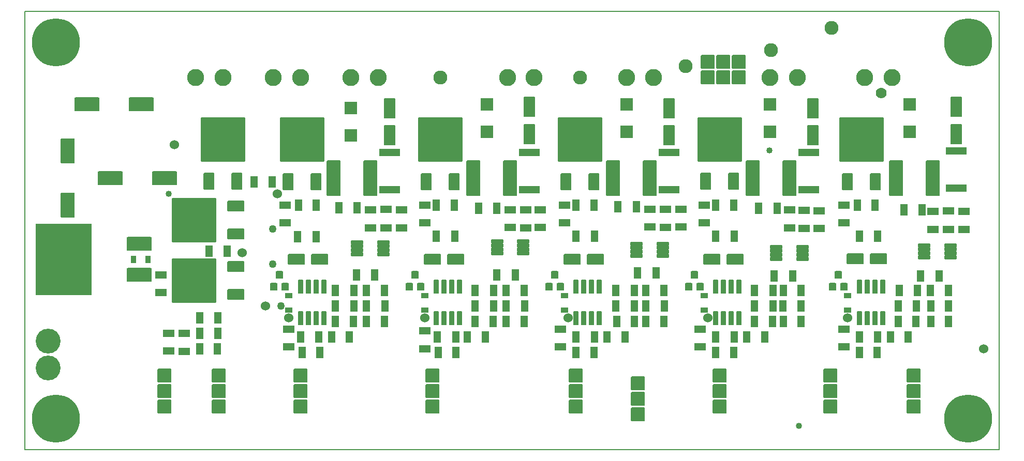
<source format=gbr>
G04 PROTEUS RS274X GERBER FILE*
%FSLAX45Y45*%
%MOMM*%
G01*
%ADD71C,1.270000*%
%ADD46C,2.286000*%
%ADD21C,1.524000*%
%ADD19C,1.016000*%
%ADD47C,1.778000*%
%AMPPAD042*
4,1,36,
-1.016000,2.921000,
1.016000,2.921000,
1.041970,2.918470,
1.065980,2.911200,
1.087580,2.899650,
1.106290,2.884290,
1.121650,2.865570,
1.133200,2.843980,
1.140470,2.819970,
1.143000,2.794000,
1.143000,-2.794000,
1.140470,-2.819970,
1.133200,-2.843980,
1.121650,-2.865570,
1.106290,-2.884290,
1.087580,-2.899650,
1.065980,-2.911200,
1.041970,-2.918470,
1.016000,-2.921000,
-1.016000,-2.921000,
-1.041970,-2.918470,
-1.065980,-2.911200,
-1.087580,-2.899650,
-1.106290,-2.884290,
-1.121650,-2.865570,
-1.133200,-2.843980,
-1.140470,-2.819970,
-1.143000,-2.794000,
-1.143000,2.794000,
-1.140470,2.819970,
-1.133200,2.843980,
-1.121650,2.865570,
-1.106290,2.884290,
-1.087580,2.899650,
-1.065980,2.911200,
-1.041970,2.918470,
-1.016000,2.921000,
0*%
%ADD48PPAD042*%
%ADD49C,4.064000*%
%ADD50C,2.794000*%
%AMPPAD045*
4,1,36,
-1.016000,1.143000,
1.016000,1.143000,
1.041970,1.140470,
1.065980,1.133200,
1.087580,1.121650,
1.106290,1.106290,
1.121650,1.087570,
1.133200,1.065980,
1.140470,1.041970,
1.143000,1.016000,
1.143000,-1.016000,
1.140470,-1.041970,
1.133200,-1.065980,
1.121650,-1.087570,
1.106290,-1.106290,
1.087580,-1.121650,
1.065980,-1.133200,
1.041970,-1.140470,
1.016000,-1.143000,
-1.016000,-1.143000,
-1.041970,-1.140470,
-1.065980,-1.133200,
-1.087580,-1.121650,
-1.106290,-1.106290,
-1.121650,-1.087570,
-1.133200,-1.065980,
-1.140470,-1.041970,
-1.143000,-1.016000,
-1.143000,1.016000,
-1.140470,1.041970,
-1.133200,1.065980,
-1.121650,1.087570,
-1.106290,1.106290,
-1.087580,1.121650,
-1.065980,1.133200,
-1.041970,1.140470,
-1.016000,1.143000,
0*%
%ADD51PPAD045*%
%AMPPAD046*
4,1,4,
-0.571500,0.901700,
0.571500,0.901700,
0.571500,-0.901700,
-0.571500,-0.901700,
-0.571500,0.901700,
0*%
%ADD52PPAD046*%
%AMPPAD047*
4,1,4,
1.054100,-1.054100,
-1.054100,-1.054100,
-1.054100,1.054100,
1.054100,1.054100,
1.054100,-1.054100,
0*%
%ADD53PPAD047*%
%AMPPAD048*
4,1,36,
0.825500,-1.651000,
-0.825500,-1.651000,
-0.851470,-1.648470,
-0.875480,-1.641200,
-0.897080,-1.629650,
-0.915790,-1.614290,
-0.931150,-1.595570,
-0.942700,-1.573980,
-0.949970,-1.549970,
-0.952500,-1.524000,
-0.952500,1.524000,
-0.949970,1.549970,
-0.942700,1.573980,
-0.931150,1.595570,
-0.915790,1.614290,
-0.897080,1.629650,
-0.875480,1.641200,
-0.851470,1.648470,
-0.825500,1.651000,
0.825500,1.651000,
0.851470,1.648470,
0.875480,1.641200,
0.897080,1.629650,
0.915790,1.614290,
0.931150,1.595570,
0.942700,1.573980,
0.949970,1.549970,
0.952500,1.524000,
0.952500,-1.524000,
0.949970,-1.549970,
0.942700,-1.573980,
0.931150,-1.595570,
0.915790,-1.614290,
0.897080,-1.629650,
0.875480,-1.641200,
0.851470,-1.648470,
0.825500,-1.651000,
0*%
%ADD54PPAD048*%
%AMPPAD049*
4,1,4,
1.701800,0.622300,
1.701800,-0.622300,
-1.701800,-0.622300,
-1.701800,0.622300,
1.701800,0.622300,
0*%
%ADD55PPAD049*%
%AMPPAD050*
4,1,36,
-3.492500,3.619500,
3.492500,3.619500,
3.518470,3.616970,
3.542480,3.609700,
3.564080,3.598150,
3.582790,3.582790,
3.598150,3.564070,
3.609700,3.542480,
3.616970,3.518470,
3.619500,3.492500,
3.619500,-3.492500,
3.616970,-3.518470,
3.609700,-3.542480,
3.598150,-3.564070,
3.582790,-3.582790,
3.564080,-3.598150,
3.542480,-3.609700,
3.518470,-3.616970,
3.492500,-3.619500,
-3.492500,-3.619500,
-3.518470,-3.616970,
-3.542480,-3.609700,
-3.564080,-3.598150,
-3.582790,-3.582790,
-3.598150,-3.564070,
-3.609700,-3.542480,
-3.616970,-3.518470,
-3.619500,-3.492500,
-3.619500,3.492500,
-3.616970,3.518470,
-3.609700,3.542480,
-3.598150,3.564070,
-3.582790,3.582790,
-3.564080,3.598150,
-3.542480,3.609700,
-3.518470,3.616970,
-3.492500,3.619500,
0*%
%ADD56PPAD050*%
%AMPPAD051*
4,1,36,
-0.762000,1.397000,
0.762000,1.397000,
0.787970,1.394470,
0.811980,1.387200,
0.833580,1.375650,
0.852290,1.360290,
0.867650,1.341570,
0.879200,1.319980,
0.886470,1.295970,
0.889000,1.270000,
0.889000,-1.270000,
0.886470,-1.295970,
0.879200,-1.319980,
0.867650,-1.341570,
0.852290,-1.360290,
0.833580,-1.375650,
0.811980,-1.387200,
0.787970,-1.394470,
0.762000,-1.397000,
-0.762000,-1.397000,
-0.787970,-1.394470,
-0.811980,-1.387200,
-0.833580,-1.375650,
-0.852290,-1.360290,
-0.867650,-1.341570,
-0.879200,-1.319980,
-0.886470,-1.295970,
-0.889000,-1.270000,
-0.889000,1.270000,
-0.886470,1.295970,
-0.879200,1.319980,
-0.867650,1.341570,
-0.852290,1.360290,
-0.833580,1.375650,
-0.811980,1.387200,
-0.787970,1.394470,
-0.762000,1.397000,
0*%
%ADD57PPAD051*%
%AMPPAD052*
4,1,36,
0.317500,-1.143000,
-0.317500,-1.143000,
-0.343470,-1.140470,
-0.367480,-1.133200,
-0.389080,-1.121650,
-0.407790,-1.106290,
-0.423150,-1.087570,
-0.434700,-1.065980,
-0.441970,-1.041970,
-0.444500,-1.016000,
-0.444500,1.016000,
-0.441970,1.041970,
-0.434700,1.065980,
-0.423150,1.087570,
-0.407790,1.106290,
-0.389080,1.121650,
-0.367480,1.133200,
-0.343470,1.140470,
-0.317500,1.143000,
0.317500,1.143000,
0.343470,1.140470,
0.367480,1.133200,
0.389080,1.121650,
0.407790,1.106290,
0.423150,1.087570,
0.434700,1.065980,
0.441970,1.041970,
0.444500,1.016000,
0.444500,-1.016000,
0.441970,-1.041970,
0.434700,-1.065980,
0.423150,-1.087570,
0.407790,-1.106290,
0.389080,-1.121650,
0.367480,-1.133200,
0.343470,-1.140470,
0.317500,-1.143000,
0*%
%ADD58PPAD052*%
%AMPPAD053*
4,1,4,
0.901700,0.571500,
0.901700,-0.571500,
-0.901700,-0.571500,
-0.901700,0.571500,
0.901700,0.571500,
0*%
%ADD59PPAD053*%
%AMPPAD054*
4,1,36,
-1.397000,-0.762000,
-1.397000,0.762000,
-1.394470,0.787970,
-1.387200,0.811980,
-1.375650,0.833580,
-1.360290,0.852290,
-1.341570,0.867650,
-1.319980,0.879200,
-1.295970,0.886470,
-1.270000,0.889000,
1.270000,0.889000,
1.295970,0.886470,
1.319980,0.879200,
1.341570,0.867650,
1.360290,0.852290,
1.375650,0.833580,
1.387200,0.811980,
1.394470,0.787970,
1.397000,0.762000,
1.397000,-0.762000,
1.394470,-0.787970,
1.387200,-0.811980,
1.375650,-0.833580,
1.360290,-0.852290,
1.341570,-0.867650,
1.319980,-0.879200,
1.295970,-0.886470,
1.270000,-0.889000,
-1.270000,-0.889000,
-1.295970,-0.886470,
-1.319980,-0.879200,
-1.341570,-0.867650,
-1.360290,-0.852290,
-1.375650,-0.833580,
-1.387200,-0.811980,
-1.394470,-0.787970,
-1.397000,-0.762000,
0*%
%ADD60PPAD054*%
%AMPPAD055*
4,1,36,
0.571500,0.317500,
0.571500,-0.317500,
0.568970,-0.343470,
0.561700,-0.367480,
0.550150,-0.389080,
0.534790,-0.407790,
0.516070,-0.423150,
0.494480,-0.434700,
0.470470,-0.441970,
0.444500,-0.444500,
-0.444500,-0.444500,
-0.470470,-0.441970,
-0.494480,-0.434700,
-0.516070,-0.423150,
-0.534790,-0.407790,
-0.550150,-0.389080,
-0.561700,-0.367480,
-0.568970,-0.343470,
-0.571500,-0.317500,
-0.571500,0.317500,
-0.568970,0.343470,
-0.561700,0.367480,
-0.550150,0.389080,
-0.534790,0.407790,
-0.516070,0.423150,
-0.494480,0.434700,
-0.470470,0.441970,
-0.444500,0.444500,
0.444500,0.444500,
0.470470,0.441970,
0.494480,0.434700,
0.516070,0.423150,
0.534790,0.407790,
0.550150,0.389080,
0.561700,0.367480,
0.568970,0.343470,
0.571500,0.317500,
0*%
%ADD61PPAD055*%
%AMPPAD056*
4,1,36,
0.444500,-0.635000,
-0.444500,-0.635000,
-0.470470,-0.632470,
-0.494480,-0.625200,
-0.516080,-0.613650,
-0.534790,-0.598290,
-0.550150,-0.579570,
-0.561700,-0.557980,
-0.568970,-0.533970,
-0.571500,-0.508000,
-0.571500,0.508000,
-0.568970,0.533970,
-0.561700,0.557980,
-0.550150,0.579570,
-0.534790,0.598290,
-0.516080,0.613650,
-0.494480,0.625200,
-0.470470,0.632470,
-0.444500,0.635000,
0.444500,0.635000,
0.470470,0.632470,
0.494480,0.625200,
0.516080,0.613650,
0.534790,0.598290,
0.550150,0.579570,
0.561700,0.557980,
0.568970,0.533970,
0.571500,0.508000,
0.571500,-0.508000,
0.568970,-0.533970,
0.561700,-0.557980,
0.550150,-0.579570,
0.534790,-0.598290,
0.516080,-0.613650,
0.494480,-0.625200,
0.470470,-0.632470,
0.444500,-0.635000,
0*%
%ADD62PPAD056*%
%AMPPAD057*
4,1,36,
-1.016000,-0.190500,
-1.016000,0.190500,
-1.013470,0.216470,
-1.006200,0.240480,
-0.994650,0.262080,
-0.979290,0.280790,
-0.960570,0.296150,
-0.938980,0.307700,
-0.914970,0.314970,
-0.889000,0.317500,
0.889000,0.317500,
0.914970,0.314970,
0.938980,0.307700,
0.960570,0.296150,
0.979290,0.280790,
0.994650,0.262080,
1.006200,0.240480,
1.013470,0.216470,
1.016000,0.190500,
1.016000,-0.190500,
1.013470,-0.216470,
1.006200,-0.240480,
0.994650,-0.262080,
0.979290,-0.280790,
0.960570,-0.296150,
0.938980,-0.307700,
0.914970,-0.314970,
0.889000,-0.317500,
-0.889000,-0.317500,
-0.914970,-0.314970,
-0.938980,-0.307700,
-0.960570,-0.296150,
-0.979290,-0.280790,
-0.994650,-0.262080,
-1.006200,-0.240480,
-1.013470,-0.216470,
-1.016000,-0.190500,
0*%
%ADD63PPAD057*%
%ADD64C,7.874000*%
%AMPPAD059*
4,1,36,
-3.619500,-3.492500,
-3.619500,3.492500,
-3.616970,3.518470,
-3.609700,3.542480,
-3.598150,3.564080,
-3.582790,3.582790,
-3.564070,3.598150,
-3.542480,3.609700,
-3.518470,3.616970,
-3.492500,3.619500,
3.492500,3.619500,
3.518470,3.616970,
3.542480,3.609700,
3.564070,3.598150,
3.582790,3.582790,
3.598150,3.564080,
3.609700,3.542480,
3.616970,3.518470,
3.619500,3.492500,
3.619500,-3.492500,
3.616970,-3.518470,
3.609700,-3.542480,
3.598150,-3.564080,
3.582790,-3.582790,
3.564070,-3.598150,
3.542480,-3.609700,
3.518470,-3.616970,
3.492500,-3.619500,
-3.492500,-3.619500,
-3.518470,-3.616970,
-3.542480,-3.609700,
-3.564070,-3.598150,
-3.582790,-3.582790,
-3.598150,-3.564080,
-3.609700,-3.542480,
-3.616970,-3.518470,
-3.619500,-3.492500,
0*%
%ADD65PPAD059*%
%AMPPAD060*
4,1,36,
2.032000,1.016000,
2.032000,-1.016000,
2.029470,-1.041970,
2.022200,-1.065980,
2.010650,-1.087580,
1.995290,-1.106290,
1.976570,-1.121650,
1.954980,-1.133200,
1.930970,-1.140470,
1.905000,-1.143000,
-1.905000,-1.143000,
-1.930970,-1.140470,
-1.954980,-1.133200,
-1.976570,-1.121650,
-1.995290,-1.106290,
-2.010650,-1.087580,
-2.022200,-1.065980,
-2.029470,-1.041970,
-2.032000,-1.016000,
-2.032000,1.016000,
-2.029470,1.041970,
-2.022200,1.065980,
-2.010650,1.087580,
-1.995290,1.106290,
-1.976570,1.121650,
-1.954980,1.133200,
-1.930970,1.140470,
-1.905000,1.143000,
1.905000,1.143000,
1.930970,1.140470,
1.954980,1.133200,
1.976570,1.121650,
1.995290,1.106290,
2.010650,1.087580,
2.022200,1.065980,
2.029470,1.041970,
2.032000,1.016000,
0*%
%ADD66PPAD060*%
%AMPPAD061*
4,1,36,
-1.016000,2.032000,
1.016000,2.032000,
1.041970,2.029470,
1.065980,2.022200,
1.087580,2.010650,
1.106290,1.995290,
1.121650,1.976570,
1.133200,1.954980,
1.140470,1.930970,
1.143000,1.905000,
1.143000,-1.905000,
1.140470,-1.930970,
1.133200,-1.954980,
1.121650,-1.976570,
1.106290,-1.995290,
1.087580,-2.010650,
1.065980,-2.022200,
1.041970,-2.029470,
1.016000,-2.032000,
-1.016000,-2.032000,
-1.041970,-2.029470,
-1.065980,-2.022200,
-1.087580,-2.010650,
-1.106290,-1.995290,
-1.121650,-1.976570,
-1.133200,-1.954980,
-1.140470,-1.930970,
-1.143000,-1.905000,
-1.143000,1.905000,
-1.140470,1.930970,
-1.133200,1.954980,
-1.121650,1.976570,
-1.106290,1.995290,
-1.087580,2.010650,
-1.065980,2.022200,
-1.041970,2.029470,
-1.016000,2.032000,
0*%
%ADD67PPAD061*%
%AMPPAD062*
4,1,36,
0.317500,-0.571500,
-0.317500,-0.571500,
-0.343470,-0.568970,
-0.367480,-0.561700,
-0.389080,-0.550150,
-0.407790,-0.534790,
-0.423150,-0.516070,
-0.434700,-0.494480,
-0.441970,-0.470470,
-0.444500,-0.444500,
-0.444500,0.444500,
-0.441970,0.470470,
-0.434700,0.494480,
-0.423150,0.516070,
-0.407790,0.534790,
-0.389080,0.550150,
-0.367480,0.561700,
-0.343470,0.568970,
-0.317500,0.571500,
0.317500,0.571500,
0.343470,0.568970,
0.367480,0.561700,
0.389080,0.550150,
0.407790,0.534790,
0.423150,0.516070,
0.434700,0.494480,
0.441970,0.470470,
0.444500,0.444500,
0.444500,-0.444500,
0.441970,-0.470470,
0.434700,-0.494480,
0.423150,-0.516070,
0.407790,-0.534790,
0.389080,-0.550150,
0.367480,-0.561700,
0.343470,-0.568970,
0.317500,-0.571500,
0*%
%ADD68PPAD062*%
%AMPPAD063*
4,1,36,
-4.572000,-5.715000,
-4.572000,5.715000,
-4.569470,5.740970,
-4.562200,5.764980,
-4.550650,5.786580,
-4.535290,5.805290,
-4.516570,5.820650,
-4.494980,5.832200,
-4.470970,5.839470,
-4.445000,5.842000,
4.445000,5.842000,
4.470970,5.839470,
4.494980,5.832200,
4.516570,5.820650,
4.535290,5.805290,
4.550650,5.786580,
4.562200,5.764980,
4.569470,5.740970,
4.572000,5.715000,
4.572000,-5.715000,
4.569470,-5.740970,
4.562200,-5.764980,
4.550650,-5.786580,
4.535290,-5.805290,
4.516570,-5.820650,
4.494980,-5.832200,
4.470970,-5.839470,
4.445000,-5.842000,
-4.445000,-5.842000,
-4.470970,-5.839470,
-4.494980,-5.832200,
-4.516570,-5.820650,
-4.535290,-5.805290,
-4.550650,-5.786580,
-4.562200,-5.764980,
-4.569470,-5.740970,
-4.572000,-5.715000,
0*%
%ADD69PPAD063*%
%ADD41C,0.203200*%
D71*
X-3379970Y-639428D03*
X-3374955Y-1215192D03*
X-3238500Y-1905000D03*
D46*
X-635000Y+1841500D03*
X+1651000Y+1841500D03*
X+3383781Y+2028052D03*
D21*
X-4989352Y+736133D03*
X-3302000Y-63500D03*
X+8255000Y-2603500D03*
X+6032500Y-2095500D03*
X+3746500Y-2095500D03*
X+1460500Y-2095500D03*
X-889000Y-2095500D03*
X-3111500Y-2095500D03*
X-3492500Y-1905000D03*
X-3873500Y-1031366D03*
D19*
X-5080000Y-63500D03*
X+4749800Y+647700D03*
D46*
X+5765800Y+2654300D03*
D47*
X+6578600Y+1587500D03*
D46*
X+4779148Y+2286000D03*
D19*
X+5235080Y-3871250D03*
D48*
X-1778000Y+190500D03*
X-2378000Y+190500D03*
D49*
X-7048500Y-2476500D03*
X-7048500Y-2921000D03*
D50*
X-2095500Y+1841500D03*
X-1651000Y+1841500D03*
D51*
X-2921000Y-3556000D03*
X-2921000Y-3048000D03*
X-2921000Y-3302000D03*
D52*
X-4572000Y-2095500D03*
X-4272000Y-2095500D03*
X-3383000Y+127000D03*
X-3683000Y+127000D03*
D53*
X-2095500Y+1339000D03*
X-2095500Y+889000D03*
D54*
X-1460500Y+889000D03*
X-1460500Y+1333500D03*
D55*
X-1460500Y+610000D03*
X-1460500Y+0D03*
D56*
X-2895600Y+817880D03*
D57*
X-3124200Y+127000D03*
X-2667000Y+127000D03*
D58*
X-2921000Y-2108200D03*
X-2794000Y-2108200D03*
X-2667000Y-2108200D03*
X-2540000Y-2108200D03*
X-2540000Y-1587500D03*
X-2667000Y-1587500D03*
X-2794000Y-1587500D03*
X-2921000Y-1587500D03*
D52*
X-2667000Y-254000D03*
X-2957000Y-254000D03*
D59*
X-3175000Y-254000D03*
X-3175000Y-544000D03*
D52*
X-2967000Y-768350D03*
X-2667000Y-768350D03*
D60*
X-2984500Y-1143000D03*
X-2603500Y-1143000D03*
D61*
X-3111500Y-1968500D03*
X-3111500Y-1733550D03*
D52*
X-2921000Y-2413000D03*
X-2621000Y-2413000D03*
X-2893500Y-2667000D03*
X-2603500Y-2667000D03*
D62*
X-3268980Y-1397000D03*
X-3362960Y-1587500D03*
X-3175000Y-1587500D03*
D59*
X-3111500Y-2286000D03*
X-3111500Y-2576000D03*
X-1778000Y-622300D03*
X-1778000Y-332300D03*
X-1270000Y-622300D03*
X-1270000Y-332300D03*
X-1524000Y-322300D03*
X-1524000Y-622300D03*
D63*
X-1993900Y-859100D03*
X-1993900Y-924100D03*
X-1993900Y-989100D03*
X-1993900Y-1054100D03*
X-1563900Y-1054100D03*
X-1563900Y-989100D03*
X-1563900Y-924100D03*
X-1563900Y-859100D03*
D52*
X-2006600Y-1397000D03*
X-1706600Y-1397000D03*
X-1841500Y-2159000D03*
X-1551500Y-2159000D03*
X-1841500Y-1651000D03*
X-1551500Y-1651000D03*
X-2349500Y-2159000D03*
X-2059500Y-2159000D03*
X-2349500Y-1651000D03*
X-2049500Y-1651000D03*
X-2349500Y-1905000D03*
X-2049500Y-1905000D03*
X-1841500Y-1905000D03*
X-1541500Y-1905000D03*
X-2293900Y-292100D03*
X-1993900Y-292100D03*
D56*
X-635000Y+817880D03*
D57*
X-863600Y+127000D03*
X-406400Y+127000D03*
D48*
X+508000Y+190500D03*
X-92000Y+190500D03*
D53*
X+127000Y+1397000D03*
X+127000Y+947000D03*
D54*
X+825500Y+907000D03*
X+825500Y+1351500D03*
D55*
X+825500Y+610000D03*
X+825500Y+0D03*
D63*
X+293900Y-847900D03*
X+293900Y-912900D03*
X+293900Y-977900D03*
X+293900Y-1042900D03*
X+723900Y-1042900D03*
X+723900Y-977900D03*
X+723900Y-912900D03*
X+723900Y-847900D03*
D59*
X-889000Y-254000D03*
X-889000Y-544000D03*
D52*
X-408500Y-254000D03*
X-698500Y-254000D03*
X-698500Y-762000D03*
X-398500Y-762000D03*
D60*
X-762000Y-1143000D03*
X-381000Y-1143000D03*
D62*
X-1046480Y-1397000D03*
X-1140460Y-1587500D03*
X-952500Y-1587500D03*
D61*
X-889000Y-1968500D03*
X-889000Y-1733550D03*
D58*
X-698500Y-2108200D03*
X-571500Y-2108200D03*
X-444500Y-2108200D03*
X-317500Y-2108200D03*
X-317500Y-1587500D03*
X-444500Y-1587500D03*
X-571500Y-1587500D03*
X-698500Y-1587500D03*
D59*
X-889000Y-2313500D03*
X-889000Y-2603500D03*
D52*
X-671000Y-2667000D03*
X-381000Y-2667000D03*
X-681000Y-2413000D03*
X-381000Y-2413000D03*
X-7900Y-304800D03*
X+292100Y-304800D03*
D59*
X+762000Y-330200D03*
X+762000Y-630200D03*
X+508000Y-620200D03*
X+508000Y-330200D03*
X+1003300Y-620200D03*
X+1003300Y-330200D03*
D52*
X+292100Y-1397000D03*
X+592100Y-1397000D03*
X-63500Y-1651000D03*
X+236500Y-1651000D03*
X-63500Y-1905000D03*
X+236500Y-1905000D03*
X-63500Y-2159000D03*
X+226500Y-2159000D03*
X+444500Y-1651000D03*
X+734500Y-1651000D03*
X+444500Y-2159000D03*
X+734500Y-2159000D03*
X+444500Y-1905000D03*
X+744500Y-1905000D03*
D50*
X+901700Y+1841500D03*
D51*
X-762000Y-3556000D03*
X-762000Y-3302000D03*
X-762000Y-3048000D03*
D54*
X+3111500Y+889000D03*
X+3111500Y+1333500D03*
D53*
X+2413000Y+1397000D03*
X+2413000Y+947000D03*
D61*
X+1397000Y-1968500D03*
X+1397000Y-1733550D03*
D48*
X+2794000Y+190500D03*
X+2194000Y+190500D03*
D62*
X+1239520Y-1397000D03*
X+1145540Y-1587500D03*
X+1333500Y-1587500D03*
D56*
X+1651000Y+817880D03*
D57*
X+1422400Y+127000D03*
X+1879600Y+127000D03*
D51*
X+1587500Y-3302000D03*
X+1587500Y-3556000D03*
X+1587500Y-3048000D03*
D63*
X+2578100Y-884500D03*
X+2578100Y-949500D03*
X+2578100Y-1014500D03*
X+2578100Y-1079500D03*
X+3008100Y-1079500D03*
X+3008100Y-1014500D03*
X+3008100Y-949500D03*
X+3008100Y-884500D03*
D58*
X+1587500Y-2108200D03*
X+1714500Y-2108200D03*
X+1841500Y-2108200D03*
X+1968500Y-2108200D03*
X+1968500Y-1587500D03*
X+1841500Y-1587500D03*
X+1714500Y-1587500D03*
X+1587500Y-1587500D03*
D55*
X+3111500Y+610000D03*
X+3111500Y+0D03*
D50*
X+2857500Y+1841500D03*
D52*
X+1587500Y-762000D03*
X+1887500Y-762000D03*
D60*
X+1524000Y-1143000D03*
X+1905000Y-1143000D03*
D59*
X+1397000Y-254000D03*
X+1397000Y-544000D03*
D52*
X+1877500Y-254000D03*
X+1587500Y-254000D03*
X+1587500Y-2667000D03*
X+1877500Y-2667000D03*
D59*
X+1333500Y-2286000D03*
X+1333500Y-2576000D03*
D52*
X+1587500Y-2413000D03*
X+1887500Y-2413000D03*
X+2273300Y-279400D03*
X+2573300Y-279400D03*
D59*
X+3302000Y-607500D03*
X+3302000Y-317500D03*
X+2794000Y-607500D03*
X+2794000Y-317500D03*
X+3048000Y-317500D03*
X+3048000Y-617500D03*
D52*
X+2595600Y-1358900D03*
X+2895600Y-1358900D03*
X+2730500Y-2159000D03*
X+3020500Y-2159000D03*
X+2730500Y-1651000D03*
X+3020500Y-1651000D03*
X+2250000Y-2159000D03*
X+2540000Y-2159000D03*
X+2240000Y-1905000D03*
X+2540000Y-1905000D03*
X+2730500Y-1905000D03*
X+3030500Y-1905000D03*
X+2240000Y-1651000D03*
X+2540000Y-1651000D03*
D54*
X+5461000Y+889000D03*
X+5461000Y+1333500D03*
D53*
X+4762500Y+1397000D03*
X+4762500Y+947000D03*
D61*
X+3683000Y-1968500D03*
X+3683000Y-1733550D03*
D51*
X+3937000Y-3556000D03*
X+5753100Y-3556000D03*
X+3937000Y-3048000D03*
X+5753100Y-3048000D03*
D48*
X+5080000Y+190500D03*
X+4480000Y+190500D03*
D51*
X+3937000Y-3302000D03*
X+5753100Y-3302000D03*
D62*
X+3525520Y-1397000D03*
X+3431540Y-1587500D03*
X+3619500Y-1587500D03*
D56*
X+3937000Y+825500D03*
D57*
X+3708400Y+134620D03*
X+4165600Y+134620D03*
D62*
X+5875020Y-1397000D03*
X+5781040Y-1587500D03*
X+5969000Y-1587500D03*
D56*
X+6261100Y+817880D03*
D57*
X+6032500Y+127000D03*
X+6489700Y+127000D03*
D50*
X+5207000Y+1841500D03*
X+6756400Y+1841500D03*
D55*
X+5397500Y+610000D03*
X+5397500Y+0D03*
X+7810500Y+635000D03*
X+7810500Y+25000D03*
D63*
X+4864100Y-935300D03*
X+4864100Y-1000300D03*
X+4864100Y-1065300D03*
X+4864100Y-1130300D03*
X+5294100Y-1130300D03*
X+5294100Y-1065300D03*
X+5294100Y-1000300D03*
X+5294100Y-935300D03*
D58*
X+3873500Y-2108200D03*
X+4000500Y-2108200D03*
X+4127500Y-2108200D03*
X+4254500Y-2108200D03*
X+4254500Y-1587500D03*
X+4127500Y-1587500D03*
X+4000500Y-1587500D03*
X+3873500Y-1587500D03*
D63*
X+7281900Y-911400D03*
X+7281900Y-976400D03*
X+7281900Y-1041400D03*
X+7281900Y-1106400D03*
X+7711900Y-1106400D03*
X+7711900Y-1041400D03*
X+7711900Y-976400D03*
X+7711900Y-911400D03*
D58*
X+6223000Y-2108200D03*
X+6350000Y-2108200D03*
X+6477000Y-2108200D03*
X+6604000Y-2108200D03*
X+6604000Y-1587500D03*
X+6477000Y-1587500D03*
X+6350000Y-1587500D03*
X+6223000Y-1587500D03*
D52*
X+3873500Y-2413000D03*
X+4173500Y-2413000D03*
X+3873500Y-762000D03*
X+4173500Y-762000D03*
D60*
X+3810000Y-1143000D03*
X+4191000Y-1143000D03*
D59*
X+3619500Y-2286000D03*
X+3619500Y-2576000D03*
X+3683000Y-254000D03*
X+3683000Y-544000D03*
D52*
X+4163500Y-254000D03*
X+3873500Y-254000D03*
X+3873500Y-2667000D03*
X+4163500Y-2667000D03*
D59*
X+5080000Y-622300D03*
X+5080000Y-332300D03*
X+5562600Y-635000D03*
X+5562600Y-345000D03*
D52*
X+4508500Y-2159000D03*
X+4798500Y-2159000D03*
X+4830800Y-1409700D03*
X+5130800Y-1409700D03*
D59*
X+5321300Y-335000D03*
X+5321300Y-635000D03*
D52*
X+4576800Y-304800D03*
X+4876800Y-304800D03*
X+4980500Y-2159000D03*
X+5270500Y-2159000D03*
X+4980500Y-1651000D03*
X+5270500Y-1651000D03*
X+7393500Y-2159000D03*
X+7683500Y-2159000D03*
X+4508500Y-1905000D03*
X+4808500Y-1905000D03*
X+4970500Y-1905000D03*
X+5270500Y-1905000D03*
X+4508500Y-1651000D03*
X+4808500Y-1651000D03*
D54*
X+7810500Y+907000D03*
X+7810500Y+1351500D03*
D53*
X+7048500Y+1397000D03*
X+7048500Y+947000D03*
D61*
X+6032500Y-1968500D03*
X+6032500Y-1733550D03*
D48*
X+7429500Y+190500D03*
X+6829500Y+190500D03*
D52*
X+6858000Y-1905000D03*
X+7158000Y-1905000D03*
X+6223000Y-762000D03*
X+6523000Y-762000D03*
D60*
X+6159500Y-1135380D03*
X+6540500Y-1135380D03*
D59*
X+5969000Y-254000D03*
X+5969000Y-544000D03*
D52*
X+6477000Y-254000D03*
X+6187000Y-254000D03*
D59*
X+5969000Y-2286000D03*
X+5969000Y-2576000D03*
D52*
X+6223000Y-2667000D03*
X+6513000Y-2667000D03*
X+6223000Y-2413000D03*
X+6523000Y-2413000D03*
X+7226300Y-1409700D03*
X+7526300Y-1409700D03*
X+7383500Y-1651000D03*
X+7683500Y-1651000D03*
D59*
X+7683500Y-347700D03*
X+7683500Y-647700D03*
D52*
X+6875500Y-1651000D03*
X+7175500Y-1651000D03*
X+6951700Y-330200D03*
X+7251700Y-330200D03*
X+7393500Y-1905000D03*
X+7683500Y-1905000D03*
D59*
X+7429500Y-647700D03*
X+7429500Y-357700D03*
X+7937500Y-647700D03*
X+7937500Y-357700D03*
D52*
X+6858000Y-2159000D03*
X+7148000Y-2159000D03*
D51*
X+7112000Y-3302000D03*
X+7112000Y-3556000D03*
X+7112000Y-3048000D03*
D50*
X+6311900Y+1841500D03*
D51*
X-4254500Y-3556000D03*
D52*
X-4572000Y-2349500D03*
X-4272000Y-2349500D03*
X-4419600Y-1008380D03*
X-4119600Y-1008380D03*
D64*
X-6921500Y-3746500D03*
X-6921500Y+2413000D03*
X+8001000Y+2413000D03*
X+8001000Y-3746500D03*
D50*
X-4191000Y+1841500D03*
X-4635500Y+1841500D03*
X-2921000Y+1841500D03*
X-3365500Y+1841500D03*
D51*
X-4254500Y-3048000D03*
X-4254500Y-3302000D03*
X+3746500Y+2095500D03*
X+2603500Y-3175000D03*
X+3746500Y+1841500D03*
X+4000500Y+2095500D03*
X+2603500Y-3429000D03*
X+4000500Y+1841500D03*
X+4254500Y+2095500D03*
X+2603500Y-3683000D03*
X+4254500Y+1841500D03*
D59*
X-4826000Y-2349500D03*
X-4826000Y-2649500D03*
D52*
X-4572000Y-2603500D03*
X-4282000Y-2603500D03*
D59*
X-5080000Y-2349500D03*
X-5080000Y-2639500D03*
D51*
X-5143500Y-3048000D03*
X-5143500Y-3302000D03*
D65*
X-4665980Y-1490980D03*
D60*
X-3975100Y-1719580D03*
X-3975100Y-1262380D03*
D65*
X-4665980Y-500380D03*
D60*
X-3975100Y-728980D03*
X-3975100Y-271780D03*
D56*
X-4191000Y+825500D03*
D57*
X-4419600Y+134620D03*
X-3962400Y+134620D03*
D52*
X-2413000Y-2413000D03*
X-2123000Y-2413000D03*
X-190500Y-2413000D03*
X+99500Y-2413000D03*
X+2095500Y-2413000D03*
X+2385500Y-2413000D03*
X+4381500Y-2413000D03*
X+4671500Y-2413000D03*
X+6731000Y-2413000D03*
X+7021000Y-2413000D03*
D51*
X-5143500Y-3556000D03*
D66*
X-6413500Y+1397000D03*
X-5524500Y+1397000D03*
D67*
X-6731000Y-254000D03*
X-6731000Y+635000D03*
D66*
X-6032500Y+190500D03*
X-5143500Y+190500D03*
D68*
X-5651500Y-1143000D03*
X-5416550Y-1143000D03*
D69*
X-6794500Y-1143000D03*
D66*
X-5562600Y-1397000D03*
X-5562600Y-889000D03*
D59*
X-5207000Y-1687000D03*
X-5207000Y-1397000D03*
D50*
X+469900Y+1841500D03*
X+2413000Y+1841500D03*
X+4762500Y+1841500D03*
D41*
X-7429500Y-4254500D02*
X+8509000Y-4254500D01*
X+8509000Y+2921000D01*
X-7429500Y+2921000D01*
X-7429500Y-4254500D01*
M02*

</source>
